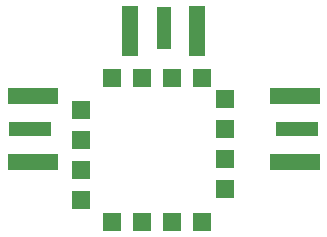
<source format=gbr>
%TF.GenerationSoftware,KiCad,Pcbnew,7.0.1*%
%TF.CreationDate,2023-06-22T18:49:49-04:00*%
%TF.ProjectId,injection-t,696e6a65-6374-4696-9f6e-2d742e6b6963,1*%
%TF.SameCoordinates,Original*%
%TF.FileFunction,Paste,Top*%
%TF.FilePolarity,Positive*%
%FSLAX46Y46*%
G04 Gerber Fmt 4.6, Leading zero omitted, Abs format (unit mm)*
G04 Created by KiCad (PCBNEW 7.0.1) date 2023-06-22 18:49:49*
%MOMM*%
%LPD*%
G01*
G04 APERTURE LIST*
%ADD10R,1.524000X1.524000*%
%ADD11R,3.600000X1.270000*%
%ADD12R,4.200000X1.350000*%
%ADD13R,1.270000X3.600000*%
%ADD14R,1.350000X4.200000*%
G04 APERTURE END LIST*
D10*
%TO.C,U1*%
X134753000Y-104872000D03*
X134753000Y-107412000D03*
X134753000Y-109952000D03*
X134753000Y-112492000D03*
X137420000Y-114397000D03*
X139960000Y-114397000D03*
X142500000Y-114397000D03*
X145040000Y-114397000D03*
X146945000Y-111603000D03*
X146945000Y-109063000D03*
X146945000Y-106523000D03*
X146945000Y-103983000D03*
X145040000Y-102205000D03*
X142500000Y-102205000D03*
X139960000Y-102205000D03*
X137420000Y-102205000D03*
%TD*%
D11*
%TO.C,J1*%
X153037500Y-106500000D03*
D12*
X152837500Y-109325000D03*
X152837500Y-103675000D03*
%TD*%
D11*
%TO.C,J3*%
X130462500Y-106500000D03*
D12*
X130662500Y-103675000D03*
X130662500Y-109325000D03*
%TD*%
D13*
%TO.C,J2*%
X141750000Y-97962500D03*
D14*
X144575000Y-98162500D03*
X138925000Y-98162500D03*
%TD*%
M02*

</source>
